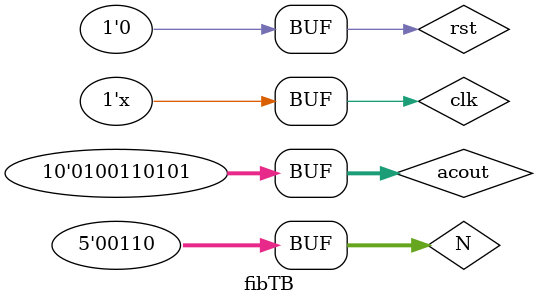
<source format=v>
`timescale 1ps/1ps
module fibTB();

reg clk, rst;
wire outReady;
reg [4:0]N;
wire [9:0]out;
reg [9:0] acout;

fibTopLevel fib_TB(clk, rst, N, out, outReady);

always
	#25 clk = ~clk;

initial begin
	clk = 1'b0;
	N = 5'b00011;
	acout = 10'd3;
	$display ("input = 3: "); 
	#7500 rst = 1;
	#5 rst = 0;
	N = 5'b00100;
	acout = 10'd11;
	$display ("input = 4: ");
	#7500 rst = 1;
	#5 rst = 0; 
	N = 5'b00101;
	acout = 10'd53;
	$display ("input = 5: "); 
	#7500 rst = 1;
	#5 rst = 0; 
	N = 5'b00110;
	acout = 10'd309;
	$display ("input = 6: ");
  
end

always @(outReady) begin
	if(out == acout & outReady)
		$display ("answers match!"); 
end

endmodule

</source>
